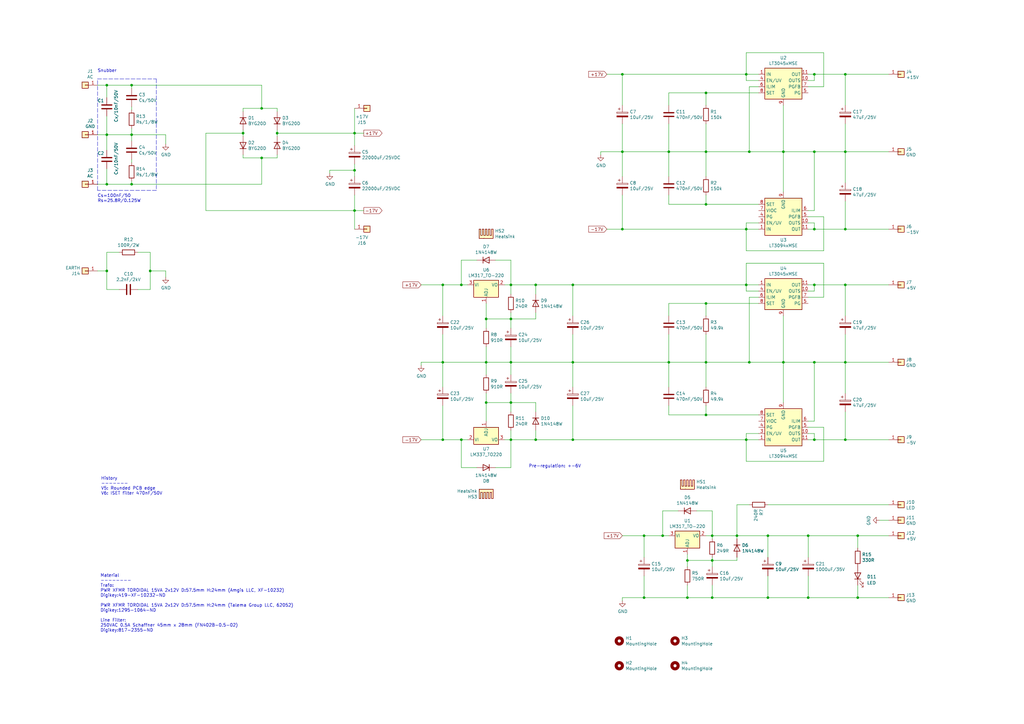
<source format=kicad_sch>
(kicad_sch (version 20250114) (generator "eeschema") (generator_version "9.0")
  (paper "A3")
  (title_block (title "DAC Power Supply Unit") (date "2025-08-11") (rev "V6"))
  (text "Material\n--------\nTrafo:\nPWR XFMR TOROIDAL 15VA 2x12V D:57.5mm H:24mm (Amgis LLC, XF-10232)\nDigikey:419-XF-10232-ND\n\nPWR XFMR TOROIDAL 15VA 2x12V D:57.5mm H:24mm (Talema Group LLC, 62052)\nDigikey:1295-1064-ND\n\nLine Filter:\n250VAC 0.5A Schaffner 45mm x 28mm (FN402B-0.5-02) \nDigikey:817-2355-ND" (at 41.148 247.396 0) (effects (font (size 1.27 1.27)) (justify left)))
  (text "Snubber" (at 40.005 29.845 0) (effects (font (size 1.27 1.27)) (justify left bottom)))
  (text "Cs=100nF/50\nRs=25.8R/0.125W" (at 40.005 83.185 0) (effects (font (size 1.27 1.27)) (justify left bottom)))
  (text "Pre-regulation: +-6V" (at 227.584 191.262 0) (effects (font (size 1.27 1.27))))
  (text "History\n-------\nV5: Rounded PCB edge\nV6: ISET filter 470nF/50V" (at 41.402 199.39 0) (effects (font (size 1.27 1.27)) (justify left)))
  (junction (at 43.815 75.565))
  (junction (at 346.71 116.84))
  (junction (at 61.595 111.125))
  (junction (at 181.61 148.59))
  (junction (at 314.96 219.71))
  (junction (at 289.56 170.18))
  (junction (at 306.07 30.48))
  (junction (at 321.31 148.59))
  (junction (at 145.415 69.85))
  (junction (at 199.39 148.59))
  (junction (at 334.01 62.23))
  (junction (at 189.23 180.34))
  (junction (at 331.47 219.71))
  (junction (at 334.01 93.98))
  (junction (at 264.16 219.71))
  (junction (at 307.34 148.59))
  (junction (at 334.01 30.48))
  (junction (at 145.415 86.36))
  (junction (at 99.695 54.61))
  (junction (at 351.79 219.71))
  (junction (at 234.95 180.34))
  (junction (at 209.55 165.1))
  (junction (at 307.34 62.23))
  (junction (at 209.55 180.34))
  (junction (at 53.975 75.565))
  (junction (at 306.07 180.34))
  (junction (at 199.39 130.81))
  (junction (at 255.27 93.98))
  (junction (at 289.56 148.59))
  (junction (at 281.94 245.11))
  (junction (at 274.32 148.59))
  (junction (at 289.56 83.82))
  (junction (at 113.665 54.61))
  (junction (at 306.07 116.84))
  (junction (at 289.56 62.23))
  (junction (at 53.975 34.925))
  (junction (at 43.815 55.245))
  (junction (at 181.61 116.84))
  (junction (at 274.32 62.23))
  (junction (at 234.95 148.59))
  (junction (at 199.39 165.1))
  (junction (at 306.07 93.98))
  (junction (at 321.31 62.23))
  (junction (at 255.27 30.48))
  (junction (at 255.27 62.23))
  (junction (at 234.95 116.84))
  (junction (at 219.71 116.84))
  (junction (at 346.71 93.98))
  (junction (at 107.315 64.77))
  (junction (at 219.71 180.34))
  (junction (at 334.01 148.59))
  (junction (at 264.16 245.11))
  (junction (at 43.815 111.125))
  (junction (at 346.71 148.59))
  (junction (at 53.975 55.245))
  (junction (at 145.415 54.61))
  (junction (at 209.55 116.84))
  (junction (at 43.815 34.925))
  (junction (at 289.56 124.46))
  (junction (at 209.55 130.81))
  (junction (at 334.01 116.84))
  (junction (at 346.71 180.34))
  (junction (at 271.78 219.71))
  (junction (at 281.94 229.87))
  (junction (at 292.1 219.71))
  (junction (at 346.71 30.48))
  (junction (at 331.47 245.11))
  (junction (at 334.01 180.34))
  (junction (at 107.315 44.45))
  (junction (at 346.71 62.23))
  (junction (at 189.23 116.84))
  (junction (at 289.56 38.1))
  (junction (at 181.61 180.34))
  (junction (at 209.55 148.59))
  (junction (at 292.1 245.11))
  (junction (at 351.79 245.11))
  (junction (at 314.96 245.11))
  (junction (at 292.1 229.87))
  (junction (at 302.26 219.71))
  (wire (pts (xy 209.55 148.59) (xy 234.95 148.59)))
  (wire (pts (xy 199.39 161.29) (xy 199.39 165.1)))
  (wire (pts (xy 107.315 34.925) (xy 53.975 34.925)))
  (wire (pts (xy 189.23 106.68) (xy 189.23 116.84)))
  (wire (pts (xy 172.72 180.34) (xy 181.61 180.34)))
  (wire (pts (xy 248.92 30.48) (xy 255.27 30.48)))
  (wire (pts (xy 292.1 229.87) (xy 292.1 232.41)))
  (wire (pts (xy 346.71 116.84) (xy 364.49 116.84)))
  (wire (pts (xy 337.82 88.9) (xy 337.82 102.87)))
  (wire (pts (xy 346.71 93.98) (xy 364.49 93.98)))
  (wire (pts (xy 292.1 209.55) (xy 285.75 209.55)))
  (wire (pts (xy 271.78 219.71) (xy 274.32 219.71)))
  (wire (pts (xy 199.39 165.1) (xy 209.55 165.1)))
  (wire (pts (xy 306.07 33.02) (xy 306.07 30.48)))
  (wire (pts (xy 289.56 43.18) (xy 289.56 38.1)))
  (wire (pts (xy 334.01 116.84) (xy 331.47 116.84)))
  (wire (pts (xy 289.56 219.71) (xy 292.1 219.71)))
  (wire (pts (xy 246.38 63.5) (xy 246.38 62.23)))
  (wire (pts (xy 281.94 232.41) (xy 281.94 229.87)))
  (wire (pts (xy 334.01 33.02) (xy 334.01 30.48)))
  (wire (pts (xy 278.13 209.55) (xy 271.78 209.55)))
  (wire (pts (xy 307.34 121.92) (xy 307.34 148.59)))
  (wire (pts (xy 113.665 45.72) (xy 113.665 44.45)))
  (polyline (pts (xy 64.135 78.105) (xy 40.005 78.105)) (stroke (width 0) (type dash)))
  (wire (pts (xy 209.55 134.62) (xy 209.55 130.81)))
  (wire (pts (xy 181.61 180.34) (xy 189.23 180.34)))
  (wire (pts (xy 53.975 55.245) (xy 67.945 55.245)))
  (wire (pts (xy 219.71 130.81) (xy 209.55 130.81)))
  (wire (pts (xy 331.47 86.36) (xy 334.01 86.36)))
  (wire (pts (xy 53.975 34.925) (xy 43.815 34.925)))
  (wire (pts (xy 306.07 21.59) (xy 306.07 30.48)))
  (wire (pts (xy 43.815 55.245) (xy 53.975 55.245)))
  (wire (pts (xy 209.55 130.81) (xy 209.55 128.27)))
  (wire (pts (xy 255.27 30.48) (xy 255.27 43.18)))
  (wire (pts (xy 181.61 158.75) (xy 181.61 148.59)))
  (wire (pts (xy 53.975 57.785) (xy 53.975 55.245)))
  (wire (pts (xy 99.695 54.61) (xy 84.455 54.61)))
  (wire (pts (xy 209.55 191.77) (xy 209.55 180.34)))
  (wire (pts (xy 53.975 36.195) (xy 53.975 34.925)))
  (wire (pts (xy 311.15 177.8) (xy 306.07 177.8)))
  (polyline (pts (xy 40.005 78.105) (xy 40.005 32.385)) (stroke (width 0) (type dash)))
  (wire (pts (xy 364.49 213.36) (xy 360.68 213.36)))
  (wire (pts (xy 334.01 93.98) (xy 346.71 93.98)))
  (wire (pts (xy 306.07 119.38) (xy 306.07 116.84)))
  (wire (pts (xy 331.47 245.11) (xy 351.79 245.11)))
  (wire (pts (xy 172.72 116.84) (xy 181.61 116.84)))
  (wire (pts (xy 281.94 245.11) (xy 292.1 245.11)))
  (wire (pts (xy 107.315 34.925) (xy 107.315 44.45)))
  (wire (pts (xy 274.32 38.1) (xy 289.56 38.1)))
  (wire (pts (xy 181.61 166.37) (xy 181.61 180.34)))
  (wire (pts (xy 314.96 245.11) (xy 331.47 245.11)))
  (wire (pts (xy 234.95 116.84) (xy 306.07 116.84)))
  (wire (pts (xy 43.815 34.925) (xy 40.005 34.925)))
  (wire (pts (xy 346.71 82.55) (xy 346.71 93.98)))
  (wire (pts (xy 346.71 168.91) (xy 346.71 180.34)))
  (wire (pts (xy 113.665 54.61) (xy 145.415 54.61)))
  (wire (pts (xy 331.47 180.34) (xy 334.01 180.34)))
  (wire (pts (xy 53.975 55.245) (xy 53.975 52.705)))
  (wire (pts (xy 351.79 245.11) (xy 364.49 245.11)))
  (wire (pts (xy 281.94 245.11) (xy 281.94 240.03)))
  (wire (pts (xy 302.26 219.71) (xy 302.26 220.98)))
  (wire (pts (xy 53.975 75.565) (xy 53.975 74.295)))
  (wire (pts (xy 209.55 180.34) (xy 219.71 180.34)))
  (wire (pts (xy 271.78 209.55) (xy 271.78 219.71)))
  (wire (pts (xy 274.32 158.75) (xy 274.32 148.59)))
  (wire (pts (xy 314.96 228.6) (xy 314.96 219.71)))
  (wire (pts (xy 219.71 116.84) (xy 234.95 116.84)))
  (wire (pts (xy 145.415 80.01) (xy 145.415 86.36)))
  (wire (pts (xy 255.27 30.48) (xy 306.07 30.48)))
  (wire (pts (xy 289.56 129.54) (xy 289.56 124.46)))
  (wire (pts (xy 189.23 180.34) (xy 191.77 180.34)))
  (wire (pts (xy 43.815 103.505) (xy 48.895 103.505)))
  (wire (pts (xy 311.15 121.92) (xy 307.34 121.92)))
  (wire (pts (xy 289.56 62.23) (xy 307.34 62.23)))
  (wire (pts (xy 311.15 30.48) (xy 306.07 30.48)))
  (wire (pts (xy 135.255 71.12) (xy 135.255 69.85)))
  (wire (pts (xy 281.94 229.87) (xy 292.1 229.87)))
  (wire (pts (xy 234.95 148.59) (xy 274.32 148.59)))
  (wire (pts (xy 189.23 116.84) (xy 191.77 116.84)))
  (wire (pts (xy 311.15 119.38) (xy 306.07 119.38)))
  (wire (pts (xy 306.07 102.87) (xy 306.07 93.98)))
  (wire (pts (xy 337.82 121.92) (xy 337.82 107.95)))
  (wire (pts (xy 289.56 148.59) (xy 307.34 148.59)))
  (wire (pts (xy 145.415 59.69) (xy 145.415 54.61)))
  (wire (pts (xy 43.815 61.595) (xy 43.815 55.245)))
  (wire (pts (xy 248.92 93.98) (xy 255.27 93.98)))
  (wire (pts (xy 43.815 69.215) (xy 43.815 75.565)))
  (polyline (pts (xy 64.135 32.385) (xy 64.135 78.105)) (stroke (width 0) (type dash)))
  (wire (pts (xy 264.16 245.11) (xy 264.16 236.22)))
  (wire (pts (xy 209.55 142.24) (xy 209.55 148.59)))
  (wire (pts (xy 289.56 50.8) (xy 289.56 62.23)))
  (wire (pts (xy 351.79 240.03) (xy 351.79 245.11)))
  (wire (pts (xy 84.455 54.61) (xy 84.455 86.36)))
  (wire (pts (xy 264.16 219.71) (xy 271.78 219.71)))
  (wire (pts (xy 334.01 62.23) (xy 346.71 62.23)))
  (wire (pts (xy 302.26 228.6) (xy 302.26 229.87)))
  (wire (pts (xy 43.815 47.625) (xy 43.815 55.245)))
  (wire (pts (xy 302.26 207.01) (xy 307.34 207.01)))
  (wire (pts (xy 306.07 107.95) (xy 306.07 116.84)))
  (wire (pts (xy 292.1 228.6) (xy 292.1 229.87)))
  (wire (pts (xy 43.815 111.125) (xy 43.815 103.505)))
  (wire (pts (xy 331.47 119.38) (xy 334.01 119.38)))
  (wire (pts (xy 255.27 72.39) (xy 255.27 62.23)))
  (wire (pts (xy 307.34 35.56) (xy 307.34 62.23)))
  (wire (pts (xy 255.27 93.98) (xy 306.07 93.98)))
  (wire (pts (xy 207.01 180.34) (xy 209.55 180.34)))
  (wire (pts (xy 145.415 86.36) (xy 145.415 93.98)))
  (wire (pts (xy 334.01 180.34) (xy 346.71 180.34)))
  (wire (pts (xy 40.005 111.125) (xy 43.815 111.125)))
  (wire (pts (xy 274.32 148.59) (xy 289.56 148.59)))
  (wire (pts (xy 255.27 80.01) (xy 255.27 93.98)))
  (wire (pts (xy 199.39 124.46) (xy 199.39 130.81)))
  (wire (pts (xy 99.695 54.61) (xy 99.695 53.34)))
  (wire (pts (xy 219.71 128.27) (xy 219.71 130.81)))
  (wire (pts (xy 306.07 189.23) (xy 306.07 180.34)))
  (wire (pts (xy 321.31 129.54) (xy 321.31 148.59)))
  (wire (pts (xy 331.47 236.22) (xy 331.47 245.11)))
  (wire (pts (xy 274.32 38.1) (xy 274.32 43.18)))
  (wire (pts (xy 113.665 55.88) (xy 113.665 54.61)))
  (wire (pts (xy 346.71 180.34) (xy 364.49 180.34)))
  (wire (pts (xy 107.315 75.565) (xy 53.975 75.565)))
  (wire (pts (xy 67.945 113.665) (xy 67.945 111.125)))
  (wire (pts (xy 274.32 50.8) (xy 274.32 62.23)))
  (wire (pts (xy 281.94 229.87) (xy 281.94 227.33)))
  (wire (pts (xy 289.56 166.37) (xy 289.56 170.18)))
  (wire (pts (xy 331.47 91.44) (xy 334.01 91.44)))
  (wire (pts (xy 61.595 103.505) (xy 56.515 103.505)))
  (wire (pts (xy 274.32 72.39) (xy 274.32 62.23)))
  (wire (pts (xy 274.32 62.23) (xy 289.56 62.23)))
  (wire (pts (xy 207.01 116.84) (xy 209.55 116.84)))
  (wire (pts (xy 302.26 219.71) (xy 302.26 207.01)))
  (wire (pts (xy 172.72 149.86) (xy 172.72 148.59)))
  (wire (pts (xy 337.82 35.56) (xy 337.82 21.59)))
  (wire (pts (xy 145.415 69.85) (xy 145.415 67.31)))
  (wire (pts (xy 195.58 191.77) (xy 189.23 191.77)))
  (wire (pts (xy 199.39 172.72) (xy 199.39 165.1)))
  (wire (pts (xy 307.34 148.59) (xy 321.31 148.59)))
  (wire (pts (xy 321.31 62.23) (xy 334.01 62.23)))
  (wire (pts (xy 346.71 148.59) (xy 364.49 148.59)))
  (wire (pts (xy 113.665 64.77) (xy 113.665 63.5)))
  (wire (pts (xy 306.07 93.98) (xy 311.15 93.98)))
  (wire (pts (xy 274.32 80.01) (xy 274.32 83.82)))
  (wire (pts (xy 314.96 236.22) (xy 314.96 245.11)))
  (wire (pts (xy 107.315 44.45) (xy 99.695 44.45)))
  (wire (pts (xy 346.71 30.48) (xy 334.01 30.48)))
  (wire (pts (xy 274.32 137.16) (xy 274.32 148.59)))
  (wire (pts (xy 219.71 165.1) (xy 219.71 168.91)))
  (wire (pts (xy 302.26 229.87) (xy 292.1 229.87)))
  (wire (pts (xy 331.47 121.92) (xy 337.82 121.92)))
  (wire (pts (xy 302.26 219.71) (xy 314.96 219.71)))
  (wire (pts (xy 255.27 245.11) (xy 264.16 245.11)))
  (wire (pts (xy 255.27 62.23) (xy 255.27 50.8)))
  (wire (pts (xy 56.515 118.745) (xy 61.595 118.745)))
  (wire (pts (xy 292.1 219.71) (xy 292.1 209.55)))
  (wire (pts (xy 195.58 106.68) (xy 189.23 106.68)))
  (wire (pts (xy 331.47 93.98) (xy 334.01 93.98)))
  (wire (pts (xy 337.82 189.23) (xy 306.07 189.23)))
  (wire (pts (xy 314.96 207.01) (xy 364.49 207.01)))
  (wire (pts (xy 346.71 116.84) (xy 346.71 129.54)))
  (wire (pts (xy 364.49 62.23) (xy 346.71 62.23)))
  (wire (pts (xy 289.56 158.75) (xy 289.56 148.59)))
  (wire (pts (xy 334.01 177.8) (xy 334.01 180.34)))
  (wire (pts (xy 113.665 54.61) (xy 113.665 53.34)))
  (wire (pts (xy 292.1 245.11) (xy 292.1 240.03)))
  (wire (pts (xy 292.1 245.11) (xy 314.96 245.11)))
  (wire (pts (xy 181.61 148.59) (xy 199.39 148.59)))
  (wire (pts (xy 321.31 78.74) (xy 321.31 62.23)))
  (wire (pts (xy 255.27 246.38) (xy 255.27 245.11)))
  (wire (pts (xy 331.47 35.56) (xy 337.82 35.56)))
  (wire (pts (xy 199.39 148.59) (xy 209.55 148.59)))
  (wire (pts (xy 255.27 219.71) (xy 264.16 219.71)))
  (wire (pts (xy 246.38 62.23) (xy 255.27 62.23)))
  (wire (pts (xy 346.71 116.84) (xy 334.01 116.84)))
  (wire (pts (xy 53.975 66.675) (xy 53.975 65.405)))
  (wire (pts (xy 346.71 161.29) (xy 346.71 148.59)))
  (wire (pts (xy 274.32 124.46) (xy 274.32 129.54)))
  (wire (pts (xy 346.71 74.93) (xy 346.71 62.23)))
  (wire (pts (xy 289.56 83.82) (xy 311.15 83.82)))
  (wire (pts (xy 331.47 177.8) (xy 334.01 177.8)))
  (wire (pts (xy 337.82 175.26) (xy 337.82 189.23)))
  (wire (pts (xy 346.71 62.23) (xy 346.71 50.8)))
  (wire (pts (xy 99.695 55.88) (xy 99.695 54.61)))
  (wire (pts (xy 209.55 168.91) (xy 209.55 165.1)))
  (wire (pts (xy 274.32 83.82) (xy 289.56 83.82)))
  (wire (pts (xy 53.975 45.085) (xy 53.975 43.815)))
  (wire (pts (xy 203.2 191.77) (xy 209.55 191.77)))
  (wire (pts (xy 264.16 245.11) (xy 281.94 245.11)))
  (wire (pts (xy 255.27 62.23) (xy 274.32 62.23)))
  (wire (pts (xy 289.56 170.18) (xy 311.15 170.18)))
  (wire (pts (xy 61.595 111.125) (xy 61.595 103.505)))
  (wire (pts (xy 306.07 180.34) (xy 311.15 180.34)))
  (wire (pts (xy 274.32 170.18) (xy 289.56 170.18)))
  (wire (pts (xy 40.005 55.245) (xy 43.815 55.245)))
  (wire (pts (xy 334.01 119.38) (xy 334.01 116.84)))
  (wire (pts (xy 209.55 180.34) (xy 209.55 176.53)))
  (wire (pts (xy 149.225 54.61) (xy 145.415 54.61)))
  (wire (pts (xy 321.31 43.18) (xy 321.31 62.23)))
  (wire (pts (xy 181.61 116.84) (xy 181.61 129.54)))
  (wire (pts (xy 181.61 116.84) (xy 189.23 116.84)))
  (wire (pts (xy 274.32 124.46) (xy 289.56 124.46)))
  (wire (pts (xy 346.71 30.48) (xy 346.71 43.18)))
  (wire (pts (xy 274.32 166.37) (xy 274.32 170.18)))
  (wire (pts (xy 199.39 130.81) (xy 199.39 134.62)))
  (wire (pts (xy 149.225 86.36) (xy 145.415 86.36)))
  (wire (pts (xy 209.55 165.1) (xy 209.55 161.29)))
  (wire (pts (xy 337.82 102.87) (xy 306.07 102.87)))
  (wire (pts (xy 351.79 219.71) (xy 364.49 219.71)))
  (wire (pts (xy 234.95 137.16) (xy 234.95 148.59)))
  (wire (pts (xy 84.455 86.36) (xy 145.415 86.36)))
  (wire (pts (xy 234.95 148.59) (xy 234.95 158.75)))
  (wire (pts (xy 331.47 228.6) (xy 331.47 219.71)))
  (wire (pts (xy 292.1 220.98) (xy 292.1 219.71)))
  (wire (pts (xy 145.415 72.39) (xy 145.415 69.85)))
  (wire (pts (xy 209.55 165.1) (xy 219.71 165.1)))
  (wire (pts (xy 209.55 116.84) (xy 219.71 116.84)))
  (wire (pts (xy 209.55 106.68) (xy 203.2 106.68)))
  (wire (pts (xy 107.315 64.77) (xy 107.315 75.565)))
  (wire (pts (xy 209.55 116.84) (xy 209.55 120.65)))
  (wire (pts (xy 107.315 64.77) (xy 113.665 64.77)))
  (wire (pts (xy 289.56 124.46) (xy 311.15 124.46)))
  (wire (pts (xy 321.31 148.59) (xy 334.01 148.59)))
  (wire (pts (xy 209.55 116.84) (xy 209.55 106.68)))
  (wire (pts (xy 346.71 148.59) (xy 346.71 137.16)))
  (wire (pts (xy 289.56 72.39) (xy 289.56 62.23)))
  (wire (pts (xy 135.255 69.85) (xy 145.415 69.85)))
  (wire (pts (xy 219.71 180.34) (xy 234.95 180.34)))
  (wire (pts (xy 199.39 142.24) (xy 199.39 148.59)))
  (wire (pts (xy 306.07 91.44) (xy 306.07 93.98)))
  (wire (pts (xy 331.47 172.72) (xy 334.01 172.72)))
  (wire (pts (xy 219.71 116.84) (xy 219.71 120.65)))
  (wire (pts (xy 311.15 91.44) (xy 306.07 91.44)))
  (wire (pts (xy 99.695 64.77) (xy 107.315 64.77)))
  (wire (pts (xy 289.56 38.1) (xy 311.15 38.1)))
  (wire (pts (xy 331.47 219.71) (xy 351.79 219.71)))
  (wire (pts (xy 43.815 118.745) (xy 43.815 111.125)))
  (wire (pts (xy 209.55 148.59) (xy 209.55 153.67)))
  (wire (pts (xy 234.95 180.34) (xy 306.07 180.34)))
  (wire (pts (xy 219.71 176.53) (xy 219.71 180.34)))
  (wire (pts (xy 334.01 86.36) (xy 334.01 62.23)))
  (wire (pts (xy 334.01 91.44) (xy 334.01 93.98)))
  (wire (pts (xy 234.95 129.54) (xy 234.95 116.84)))
  (wire (pts (xy 199.39 148.59) (xy 199.39 153.67)))
  (wire (pts (xy 189.23 191.77) (xy 189.23 180.34)))
  (wire (pts (xy 172.72 148.59) (xy 181.61 148.59)))
  (wire (pts (xy 351.79 219.71) (xy 351.79 224.79)))
  (wire (pts (xy 337.82 107.95) (xy 306.07 107.95)))
  (wire (pts (xy 67.945 111.125) (xy 61.595 111.125)))
  (wire (pts (xy 311.15 116.84) (xy 306.07 116.84)))
  (wire (pts (xy 99.695 63.5) (xy 99.695 64.77)))
  (wire (pts (xy 48.895 118.745) (xy 43.815 118.745)))
  (wire (pts (xy 314.96 219.71) (xy 331.47 219.71)))
  (wire (pts (xy 337.82 21.59) (xy 306.07 21.59)))
  (wire (pts (xy 334.01 172.72) (xy 334.01 148.59)))
  (wire (pts (xy 289.56 137.16) (xy 289.56 148.59)))
  (wire (pts (xy 311.15 35.56) (xy 307.34 35.56)))
  (wire (pts (xy 264.16 228.6) (xy 264.16 219.71)))
  (wire (pts (xy 311.15 33.02) (xy 306.07 33.02)))
  (wire (pts (xy 234.95 166.37) (xy 234.95 180.34)))
  (wire (pts (xy 307.34 62.23) (xy 321.31 62.23)))
  (wire (pts (xy 334.01 30.48) (xy 331.47 30.48)))
  (wire (pts (xy 43.815 75.565) (xy 53.975 75.565)))
  (wire (pts (xy 334.01 148.59) (xy 346.71 148.59)))
  (wire (pts (xy 331.47 88.9) (xy 337.82 88.9)))
  (wire (pts (xy 43.815 40.005) (xy 43.815 34.925)))
  (wire (pts (xy 113.665 44.45) (xy 107.315 44.45)))
  (wire (pts (xy 181.61 137.16) (xy 181.61 148.59)))
  (wire (pts (xy 292.1 219.71) (xy 302.26 219.71)))
  (wire (pts (xy 209.55 130.81) (xy 199.39 130.81)))
  (wire (pts (xy 61.595 118.745) (xy 61.595 111.125)))
  (wire (pts (xy 306.07 177.8) (xy 306.07 180.34)))
  (wire (pts (xy 99.695 44.45) (xy 99.695 45.72)))
  (wire (pts (xy 364.49 30.48) (xy 346.71 30.48)))
  (wire (pts (xy 331.47 175.26) (xy 337.82 175.26)))
  (wire (pts (xy 145.415 44.45) (xy 145.415 54.61)))
  (wire (pts (xy 40.005 75.565) (xy 43.815 75.565)))
  (polyline (pts (xy 40.005 32.385) (xy 64.135 32.385)) (stroke (width 0) (type dash)))
  (wire (pts (xy 289.56 80.01) (xy 289.56 83.82)))
  (wire (pts (xy 67.945 59.055) (xy 67.945 55.245)))
  (wire (pts (xy 321.31 165.1) (xy 321.31 148.59)))
  (wire (pts (xy 331.47 33.02) (xy 334.01 33.02)))
  (global_label "+17V" (shape input) (at 172.72 116.84 180) (property "Intersheetrefs" "${INTERSHEET_REFS}" (effects (hide yes))))
  (global_label "-17V" (shape input) (at 172.72 180.34 180) (property "Intersheetrefs" "${INTERSHEET_REFS}" (effects (hide yes))))
  (global_label "-17V" (shape output) (at 149.225 86.36 0) (property "Intersheetrefs" "${INTERSHEET_REFS}" (effects (hide yes))))
  (global_label "+17V" (shape input) (at 255.27 219.71 180) (property "Intersheetrefs" "${INTERSHEET_REFS}" (effects (hide yes))))
  (global_label "+17V" (shape output) (at 149.225 54.61 0) (property "Intersheetrefs" "${INTERSHEET_REFS}" (effects (hide yes))))
  (global_label "+17V" (shape input) (at 248.92 30.48 180) (property "Intersheetrefs" "${INTERSHEET_REFS}" (effects (hide yes))))
  (global_label "-17V" (shape input) (at 248.92 93.98 180) (property "Intersheetrefs" "${INTERSHEET_REFS}" (effects (hide yes))))
  (symbol (lib_id "Device:CP") (at 145.415 63.5 0) (unit 1)
    (property "Reference" "C5" (at 148.4122 62.3316 0) (effects (justify left)))
    (property "Value" "22000uF/25VDC" (at 148.4122 64.643 0) (effects (justify left)))
    (property "Footprint" "Capacitor_THT:CP_Radial_D35.0mm_P10.00mm_SnapIn" (effects (hide yes)))
    (property "Datasheet" "https://www.rubycon.co.jp/wp-content/uploads/catalog-aluminum/MXG.pdf" (effects (hide yes)))
    (property "Description" "1189-3893-ND" (effects (hide yes)))
    (property "manf#" "25MXG22000MEFCSN30X35" (effects (hide yes)))
  )
  (symbol (lib_id "Regulator_Linear:LM317_TO-220") (at 199.39 116.84 0) (unit 1)
    (property "Reference" "U6" (at 199.39 110.6932 0))
    (property "Value" "LM317_TO-220" (at 199.39 113.0046 0))
    (property "Footprint" "Package_TO_SOT_THT:TO-220-3_Vertical" (effects (hide yes)))
    (property "Datasheet" "http://www.ti.com/lit/ds/symlink/lm317.pdf" (effects (hide yes)))
    (property "manf#" "LM317T" (effects (hide yes)))
  )
  (symbol (lib_id "Device:R") (at 199.39 138.43 0) (unit 1)
    (property "Reference" "R8" (at 201.168 137.2616 0) (effects (justify left)))
    (property "Value" "910R" (at 201.168 139.573 0) (effects (justify left)))
    (property "Footprint" "Resistor_SMD:R_0603_1608Metric_Pad0.98x0.95mm_HandSolder" (effects (hide yes)))
    (property "Datasheet" "https://www.yageo.com/upload/media/product/productsearch/datasheet/rchip/PYu-RT_1-to-0.01_RoHS_L_12.pdf" (effects (hide yes)))
    (property "manf#" "RT0603FRE07910RL" (effects (hide yes)))
  )
  (symbol (lib_id "Device:R") (at 209.55 124.46 0) (unit 1)
    (property "Reference" "R10" (at 211.328 123.2916 0) (effects (justify left)))
    (property "Value" "240R" (at 211.328 125.603 0) (effects (justify left)))
    (property "Footprint" "Resistor_SMD:R_0603_1608Metric_Pad0.98x0.95mm_HandSolder" (effects (hide yes)))
    (property "Datasheet" "https://www.yageo.com/upload/media/product/productsearch/datasheet/rchip/PYu-RT_1-to-0.01_RoHS_L_12.pdf" (effects (hide yes)))
    (property "manf#" "RT0603FRE07240RL" (effects (hide yes)))
  )
  (symbol (lib_id "Diode:1N4007") (at 199.39 106.68 0) (unit 1)
    (property "Reference" "D7" (at 199.39 101.1682 0))
    (property "Value" "1N4148W" (at 199.39 103.4796 0))
    (property "Footprint" "Diode_SMD:D_SOD-123" (effects (hide yes)))
    (property "Datasheet" "https://www.diodes.com/assets/Datasheets/ds30086.pdf" (effects (hide yes)))
    (property "manf#" "1N4148W-7-F" (effects (hide yes)))
  )
  (symbol (lib_id "Diode:1N4007") (at 219.71 124.46 270) (unit 1)
    (property "Reference" "D9" (at 221.742 123.2916 90) (effects (justify left)))
    (property "Value" "1N4148W" (at 221.742 125.603 90) (effects (justify left)))
    (property "Footprint" "Diode_SMD:D_SOD-123" (effects (hide yes)))
    (property "Datasheet" "https://www.diodes.com/assets/Datasheets/ds30086.pdf" (effects (hide yes)))
    (property "manf#" "1N4148W-7-F" (effects (hide yes)))
  )
  (symbol (lib_id "Mechanical:Heatsink") (at 199.39 97.79 0) (unit 1)
    (property "Reference" "HS2" (at 202.9968 94.7166 0) (effects (justify left)))
    (property "Value" "Heatsink" (at 202.9968 97.028 0) (effects (justify left)))
    (property "Footprint" "Heatsink:Heatsink_Fischer_SK104-STC-STIC_35x13mm_2xDrill2.5mm" (effects (hide yes)))
    (property "Datasheet" "https://media.digikey.com/pdf/Data%20Sheets/Wakefield%20Thermal%20PDFs/634%20Heat%20Sinks.pdf" (effects (hide yes)))
    (property "manf#" "637-15ABPE" (effects (hide yes)))
  )
  (symbol (lib_id "Device:CP") (at 181.61 133.35 0) (unit 1)
    (property "Reference" "C22" (at 184.6072 132.1816 0) (effects (justify left)))
    (property "Value" "10uF/25V" (at 184.6072 134.493 0) (effects (justify left)))
    (property "Footprint" "Capacitor_Tantalum_SMD:CP_EIA-3528-21_Kemet-B_HandSolder" (effects (hide yes)))
    (property "Datasheet" "https://datasheets.avx.com/TCJ.pdf" (effects (hide yes)))
    (property "manf#" "TCJB106M025R0100" (effects (hide yes)))
  )
  (symbol (lib_id "Device:CP") (at 209.55 138.43 0) (unit 1)
    (property "Reference" "C24" (at 212.5472 137.2616 0) (effects (justify left)))
    (property "Value" "10uF/25V" (at 212.5472 139.573 0) (effects (justify left)))
    (property "Footprint" "Capacitor_Tantalum_SMD:CP_EIA-3528-21_Kemet-B_HandSolder" (effects (hide yes)))
    (property "Datasheet" "https://datasheets.avx.com/TCJ.pdf" (effects (hide yes)))
    (property "manf#" "TCJB106M025R0100" (effects (hide yes)))
  )
  (symbol (lib_id "Device:CP") (at 234.95 133.35 0) (unit 1)
    (property "Reference" "C26" (at 237.9472 132.1816 0) (effects (justify left)))
    (property "Value" "10uF/25V" (at 237.9472 134.493 0) (effects (justify left)))
    (property "Footprint" "Capacitor_Tantalum_SMD:CP_EIA-3528-21_Kemet-B_HandSolder" (effects (hide yes)))
    (property "Datasheet" "https://datasheets.avx.com/TCJ.pdf" (effects (hide yes)))
    (property "manf#" "TCJB106M025R0100" (effects (hide yes)))
  )
  (symbol (lib_id "power:GND") (at 172.72 149.86 0) (unit 1)
    (property "Reference" "#PWR0105" (effects (hide yes)))
    (property "Value" "GND" (at 172.847 154.2542 0))
  )
  (symbol (lib_id "power:GND") (at 135.255 71.12 0) (unit 1)
    (property "Reference" "#PWR0102" (effects (hide yes)))
    (property "Value" "GND" (at 135.382 75.5142 0))
  )
  (symbol (lib_id "Device:C") (at 52.705 118.745 270) (unit 1)
    (property "Reference" "C10" (at 52.705 112.3442 90))
    (property "Value" "2.2nF/2kV" (at 52.705 114.6556 90))
    (property "Footprint" "Capacitor_THT:C_Rect_L18.0mm_W5.0mm_P15.00mm_FKS3_FKP3" (effects (hide yes)))
    (property "Datasheet" "https://product.tdk.com/info/en/documents/data_sheet/20/20/db/fc_2009/MKP_B32671L_672L.pdf?ref_disty=digikey" (effects (hide yes)))
    (property "manf#" "B32672L8222J000" (effects (hide yes)))
  )
  (symbol (lib_id "Device:R") (at 52.705 103.505 270) (unit 1)
    (property "Reference" "R12" (at 52.705 98.2472 90))
    (property "Value" "100R/2W" (at 52.705 100.5586 90))
    (property "Footprint" "Resistor_THT:R_Axial_DIN0411_L9.9mm_D3.6mm_P15.24mm_Horizontal" (effects (hide yes)))
    (property "Datasheet" "https://www.yageo.com/upload/media/product/products/datasheet/lr/Yageo_LR_FMP_1.pdf" (effects (hide yes)))
    (property "manf#" "FMP200JR-52-100R" (effects (hide yes)))
  )
  (symbol (lib_id "Connector_Generic:Conn_01x01") (at 34.925 111.125 180) (unit 1)
    (property "Reference" "J14" (at 32.893 112.1918 0) (effects (justify left)))
    (property "Value" "EARTH" (at 32.893 109.8804 0) (effects (justify left)))
    (property "Footprint" "Connector_Pin:Pin_D1.3mm_L11.0mm" (effects (hide yes)))
    (property "Datasheet" "https://www.reichelt.com/ch/de/loetnaegel-1-3mm-100-er-pack-rtm-1-3-100-p15319.html?&trstct=pos_0&nbc=1" (effects (hide yes)))
  )
  (symbol (lib_id "Device:CP") (at 264.16 232.41 0) (unit 1)
    (property "Reference" "C15" (at 267.1572 231.2416 0) (effects (justify left)))
    (property "Value" "10uF/25V" (at 267.1572 233.553 0) (effects (justify left)))
    (property "Footprint" "Capacitor_Tantalum_SMD:CP_EIA-3528-21_Kemet-B_HandSolder" (effects (hide yes)))
    (property "Datasheet" "https://datasheets.avx.com/TCJ.pdf" (effects (hide yes)))
    (property "manf#" "TCJB106M025R0100" (effects (hide yes)))
  )
  (symbol (lib_id "Device:R") (at 289.56 46.99 0) (unit 1)
    (property "Reference" "R1" (at 291.338 45.8216 0) (effects (justify left)))
    (property "Value" "150k" (at 291.338 48.133 0) (effects (justify left)))
    (property "Footprint" "Resistor_SMD:R_0603_1608Metric_Pad0.98x0.95mm_HandSolder" (effects (hide yes)))
    (property "Datasheet" "https://www.yageo.com/upload/media/product/productsearch/datasheet/rchip/PYu-RT_1-to-0.01_RoHS_L_12.pdf" (effects (hide yes)))
    (property "manf#" "RT0603FRE07150KL" (effects (hide yes)))
  )
  (symbol (lib_id "Connector_Generic:Conn_01x01") (at 369.57 62.23 0) (unit 1)
    (property "Reference" "J5" (at 371.602 61.1632 0) (effects (justify left)))
    (property "Value" "GND" (at 371.602 63.4746 0) (effects (justify left)))
    (property "Footprint" "Connector_Pin:Pin_D1.0mm_L10.0mm" (effects (hide yes)))
    (property "Datasheet" "https://www.reichelt.com/ch/de/loetnaegel-1mm-100-er-pack-rtm-1-100-p15321.html?search=RTM+1-10&&r=1" (effects (hide yes)))
  )
  (symbol (lib_id "Connector_Generic:Conn_01x01") (at 369.57 30.48 0) (unit 1)
    (property "Reference" "J4" (at 371.602 29.4132 0) (effects (justify left)))
    (property "Value" "+15V" (at 371.602 31.7246 0) (effects (justify left)))
    (property "Footprint" "Connector_Pin:Pin_D1.0mm_L10.0mm" (effects (hide yes)))
    (property "Datasheet" "https://www.reichelt.com/ch/de/loetnaegel-1mm-100-er-pack-rtm-1-100-p15321.html?search=RTM+1-10&&r=1" (effects (hide yes)))
  )
  (symbol (lib_id "Connector_Generic:Conn_01x01") (at 369.57 93.98 0) (unit 1)
    (property "Reference" "J6" (at 371.602 92.9132 0) (effects (justify left)))
    (property "Value" "-15V" (at 371.602 95.2246 0) (effects (justify left)))
    (property "Footprint" "Connector_Pin:Pin_D1.0mm_L10.0mm" (effects (hide yes)))
    (property "Datasheet" "https://www.reichelt.com/ch/de/loetnaegel-1mm-100-er-pack-rtm-1-100-p15321.html?search=RTM+1-10&&r=1" (effects (hide yes)))
  )
  (symbol (lib_id "Regulator_Linear:LT3045xMSE") (at 321.31 33.02 0) (unit 1)
    (property "Reference" "U2" (at 321.31 23.6982 0))
    (property "Value" "LT3045xMSE" (at 321.31 26.0096 0))
    (property "Footprint" "Package_SO:MSOP-12-1EP_3x4.039mm_P0.65mm_EP1.651x2.845mm" (effects (hide yes)))
    (property "Datasheet" "https://www.analog.com/media/en/technical-documentation/data-sheets/3045fa.pdf" (effects (hide yes)))
    (property "manf#" "LT3045EMSE#PBF" (effects (hide yes)))
  )
  (symbol (lib_id "Device:R") (at 289.56 76.2 0) (unit 1)
    (property "Reference" "R2" (at 291.338 75.0316 0) (effects (justify left)))
    (property "Value" "150k" (at 291.338 77.343 0) (effects (justify left)))
    (property "Footprint" "Resistor_SMD:R_0603_1608Metric_Pad0.98x0.95mm_HandSolder" (effects (hide yes)))
    (property "Datasheet" "https://www.yageo.com/upload/media/product/productsearch/datasheet/rchip/PYu-RT_1-to-0.01_RoHS_L_12.pdf" (effects (hide yes)))
    (property "manf#" "RT0603FRE07150KL" (effects (hide yes)))
  )
  (symbol (lib_id "Regulator_Linear:LT3094xMSE") (at 321.31 88.9 0) (mirror x) (unit 1)
    (property "Reference" "U3" (at 321.31 98.425 0))
    (property "Value" "LT3094xMSE" (at 321.31 100.7364 0))
    (property "Footprint" "Package_SO:MSOP-12-1EP_3x4.039mm_P0.65mm_EP1.651x2.845mm" (effects (hide yes)))
    (property "Datasheet" "https://www.analog.com/media/en/technical-documentation/data-sheets/LT3094.pdf" (effects (hide yes)))
    (property "manf#" "LT3094IMSE#PBF" (effects (hide yes)))
  )
  (symbol (lib_id "Device:CP") (at 346.71 46.99 0) (unit 1)
    (property "Reference" "C17" (at 349.7072 45.8216 0) (effects (justify left)))
    (property "Value" "47uF/25V" (at 349.7072 48.133 0) (effects (justify left)))
    (property "Footprint" "Capacitor_Tantalum_SMD:CP_EIA-7343-31_Kemet-D_HandSolder" (effects (hide yes)))
    (property "Datasheet" "https://content.kemet.com/datasheets/KEM_T2076_T52X-530.pdf" (effects (hide yes)))
    (property "manf#" "T521D476M025ATE065" (effects (hide yes)))
  )
  (symbol (lib_id "Device:CP") (at 346.71 78.74 0) (unit 1)
    (property "Reference" "C18" (at 349.7072 77.5716 0) (effects (justify left)))
    (property "Value" "47uF/25V" (at 349.7072 79.883 0) (effects (justify left)))
    (property "Footprint" "Capacitor_Tantalum_SMD:CP_EIA-7343-31_Kemet-D_HandSolder" (effects (hide yes)))
    (property "Datasheet" "https://content.kemet.com/datasheets/KEM_T2076_T52X-530.pdf" (effects (hide yes)))
    (property "manf#" "T521D476M025ATE065" (effects (hide yes)))
  )
  (symbol (lib_id "Device:D") (at 99.695 49.53 270) (unit 1)
    (property "Reference" "D1" (at 101.727 48.3616 90) (effects (justify left)))
    (property "Value" "BYG20D" (at 101.727 50.673 90) (effects (justify left)))
    (property "Footprint" "Diode_SMD:D_SMA_Handsoldering" (effects (hide yes)))
    (property "Datasheet" "https://www.vishay.com/docs/88958/byg20d.pdf" (effects (hide yes)))
    (property "manf#" "BYG20D-E3/TR" (effects (hide yes)))
  )
  (symbol (lib_id "Device:D") (at 99.695 59.69 90) (unit 1)
    (property "Reference" "D2" (at 101.727 58.5216 90) (effects (justify right)))
    (property "Value" "BYG20D" (at 101.727 60.833 90) (effects (justify right)))
    (property "Footprint" "Diode_SMD:D_SMA_Handsoldering" (effects (hide yes)))
    (property "Datasheet" "https://www.vishay.com/docs/88958/byg20d.pdf" (effects (hide yes)))
    (property "manf#" "BYG20D-E3/TR" (effects (hide yes)))
  )
  (symbol (lib_id "Device:D") (at 113.665 49.53 90) (unit 1)
    (property "Reference" "D3" (at 115.697 48.3616 90) (effects (justify right)))
    (property "Value" "BYG20D" (at 115.697 50.673 90) (effects (justify right)))
    (property "Footprint" "Diode_SMD:D_SMA_Handsoldering" (effects (hide yes)))
    (property "Datasheet" "https://www.vishay.com/docs/88958/byg20d.pdf" (effects (hide yes)))
    (property "manf#" "BYG20D-E3/TR" (effects (hide yes)))
  )
  (symbol (lib_id "Device:D") (at 113.665 59.69 270) (unit 1)
    (property "Reference" "D4" (at 115.697 58.5216 90) (effects (justify left)))
    (property "Value" "BYG20D" (at 115.697 60.833 90) (effects (justify left)))
    (property "Footprint" "Diode_SMD:D_SMA_Handsoldering" (effects (hide yes)))
    (property "Datasheet" "https://www.vishay.com/docs/88958/byg20d.pdf" (effects (hide yes)))
    (property "manf#" "BYG20D-E3/TR" (effects (hide yes)))
  )
  (symbol (lib_id "Regulator_Linear:LM337_TO220") (at 199.39 180.34 0) (unit 1)
    (property "Reference" "U7" (at 199.39 184.1246 0))
    (property "Value" "LM337_TO220" (at 199.39 186.436 0))
    (property "Footprint" "Package_TO_SOT_THT:TO-220-3_Vertical" (effects (hide yes)))
    (property "Datasheet" "http://www.ti.com/lit/ds/symlink/lm337-n.pdf" (effects (hide yes)))
    (property "manf#" "LM337T/NOPB" (effects (hide yes)))
  )
  (symbol (lib_id "Device:CP") (at 292.1 236.22 0) (unit 1)
    (property "Reference" "C16" (at 295.0972 235.0516 0) (effects (justify left)))
    (property "Value" "10uF/25V" (at 295.0972 237.363 0) (effects (justify left)))
    (property "Footprint" "Capacitor_Tantalum_SMD:CP_EIA-3528-21_Kemet-B_HandSolder" (effects (hide yes)))
    (property "Datasheet" "https://datasheets.avx.com/TCJ.pdf" (effects (hide yes)))
    (property "manf#" "TCJB106M025R0100" (effects (hide yes)))
  )
  (symbol (lib_id "Mechanical:MountingHole") (at 254 262.89 0) (unit 1)
    (property "Reference" "H1" (at 256.54 261.7216 0) (effects (justify left)))
    (property "Value" "MountingHole" (at 256.54 264.033 0) (effects (justify left)))
    (property "Footprint" "MountingHole:MountingHole_3.2mm_M3_Pad_Via" (effects (hide yes)))
  )
  (symbol (lib_id "Mechanical:MountingHole") (at 276.86 262.89 0) (unit 1)
    (property "Reference" "H3" (at 279.4 261.7216 0) (effects (justify left)))
    (property "Value" "MountingHole" (at 279.4 264.033 0) (effects (justify left)))
    (property "Footprint" "MountingHole:MountingHole_3.2mm_M3_Pad_Via" (effects (hide yes)))
  )
  (symbol (lib_id "Mechanical:MountingHole") (at 254 273.05 0) (unit 1)
    (property "Reference" "H2" (at 256.54 271.8816 0) (effects (justify left)))
    (property "Value" "MountingHole" (at 256.54 274.193 0) (effects (justify left)))
    (property "Footprint" "MountingHole:MountingHole_3.2mm_M3_Pad_Via" (effects (hide yes)))
  )
  (symbol (lib_id "Mechanical:MountingHole") (at 276.86 273.05 0) (unit 1)
    (property "Reference" "H4" (at 279.4 271.8816 0) (effects (justify left)))
    (property "Value" "MountingHole" (at 279.4 274.193 0) (effects (justify left)))
    (property "Footprint" "MountingHole:MountingHole_3.2mm_M3_Pad_Via" (effects (hide yes)))
  )
  (symbol (lib_id "Device:CP") (at 331.47 232.41 0) (unit 1)
    (property "Reference" "C21" (at 334.4672 231.2416 0) (effects (justify left)))
    (property "Value" "1000uF/35V" (at 334.4672 233.553 0) (effects (justify left)))
    (property "Footprint" "Capacitor_THT:CP_Radial_D12.5mm_P5.00mm" (effects (hide yes)))
    (property "Datasheet" "http://www.rubycon.co.jp/en/catalog/e_pdfs/aluminum/e_yxf.pdf" (effects (hide yes)))
    (property "manf#" "35YXF1000MEFC12.5X25" (effects (hide yes)))
  )
  (symbol (lib_id "Device:CP") (at 145.415 76.2 0) (unit 1)
    (property "Reference" "C6" (at 148.4122 75.0316 0) (effects (justify left)))
    (property "Value" "22000uF/25VDC" (at 148.4122 77.343 0) (effects (justify left)))
    (property "Footprint" "Capacitor_THT:CP_Radial_D35.0mm_P10.00mm_SnapIn" (effects (hide yes)))
    (property "Datasheet" "https://www.rubycon.co.jp/wp-content/uploads/catalog-aluminum/MXG.pdf" (effects (hide yes)))
    (property "Description" "1189-3893-ND" (effects (hide yes)))
    (property "manf#" "1189-3893-ND" (effects (hide yes)))
  )
  (symbol (lib_id "Regulator_Linear:LM317_TO-220") (at 281.94 219.71 0) (unit 1)
    (property "Reference" "U1" (at 281.94 213.5632 0))
    (property "Value" "LM317_TO-220" (at 281.94 215.8746 0))
    (property "Footprint" "Package_TO_SOT_THT:TO-220-3_Vertical" (effects (hide yes)))
    (property "Datasheet" "http://www.ti.com/lit/ds/symlink/lm317.pdf" (effects (hide yes)))
  )
  (symbol (lib_id "Device:R") (at 281.94 236.22 0) (unit 1)
    (property "Reference" "R5" (at 283.718 235.0516 0) (effects (justify left)))
    (property "Value" "750R" (at 283.718 237.363 0) (effects (justify left)))
    (property "Footprint" "Resistor_SMD:R_0603_1608Metric_Pad0.98x0.95mm_HandSolder" (effects (hide yes)))
    (property "Datasheet" "https://www.seielect.com/catalog/sei-rncp.pdf" (effects (hide yes)))
    (property "manf#" "RNCP0603FTD750R" (effects (hide yes)))
  )
  (symbol (lib_id "Device:R") (at 292.1 224.79 0) (unit 1)
    (property "Reference" "R6" (at 293.878 223.6216 0) (effects (justify left)))
    (property "Value" "249R" (at 293.878 225.933 0) (effects (justify left)))
    (property "Footprint" "Resistor_SMD:R_0603_1608Metric_Pad0.98x0.95mm_HandSolder" (effects (hide yes)))
    (property "Datasheet" "https://www.yageo.com/upload/media/product/productsearch/datasheet/rchip/PYu-RT_1-to-0.01_RoHS_L_12.pdf" (effects (hide yes)))
    (property "manf#" "RT0603FRE07249RL" (effects (hide yes)))
  )
  (symbol (lib_id "Diode:1N4007") (at 281.94 209.55 0) (unit 1)
    (property "Reference" "D5" (at 281.94 204.0382 0))
    (property "Value" "1N4148W" (at 281.94 206.3496 0))
    (property "Footprint" "Diode_SMD:D_SOD-123" (effects (hide yes)))
    (property "Datasheet" "https://www.diodes.com/assets/Datasheets/ds30086.pdf" (effects (hide yes)))
    (property "manf#" "1N4148W-7-F" (effects (hide yes)))
  )
  (symbol (lib_id "Diode:1N4007") (at 302.26 224.79 270) (unit 1)
    (property "Reference" "D6" (at 304.292 223.6216 90) (effects (justify left)))
    (property "Value" "1N4148W" (at 304.292 225.933 90) (effects (justify left)))
    (property "Footprint" "Diode_SMD:D_SOD-123" (effects (hide yes)))
    (property "Datasheet" "https://www.diodes.com/assets/Datasheets/ds30086.pdf" (effects (hide yes)))
    (property "manf#" "1N4148W-7-F" (effects (hide yes)))
  )
  (symbol (lib_id "Connector_Generic:Conn_01x01") (at 369.57 245.11 0) (unit 1)
    (property "Reference" "J13" (at 371.602 244.0432 0) (effects (justify left)))
    (property "Value" "GND" (at 371.602 246.3546 0) (effects (justify left)))
    (property "Footprint" "Connector_Pin:Pin_D1.0mm_L10.0mm" (effects (hide yes)))
    (property "Datasheet" "https://www.reichelt.com/ch/de/loetnaegel-1mm-100-er-pack-rtm-1-100-p15321.html?search=RTM+1-10&&r=1" (effects (hide yes)))
  )
  (symbol (lib_id "Connector_Generic:Conn_01x01") (at 369.57 219.71 0) (unit 1)
    (property "Reference" "J12" (at 371.602 218.6432 0) (effects (justify left)))
    (property "Value" "+5V" (at 371.602 220.9546 0) (effects (justify left)))
    (property "Footprint" "Connector_Pin:Pin_D1.0mm_L10.0mm" (effects (hide yes)))
    (property "Datasheet" "https://www.reichelt.com/ch/de/loetnaegel-1mm-100-er-pack-rtm-1-100-p15321.html?search=RTM+1-10&&r=1" (effects (hide yes)))
  )
  (symbol (lib_id "Mechanical:Heatsink") (at 281.94 200.66 0) (unit 1)
    (property "Reference" "HS1" (at 285.5468 197.5866 0) (effects (justify left)))
    (property "Value" "Heatsink" (at 285.5468 199.898 0) (effects (justify left)))
    (property "Footprint" "Heatsink:Heatsink_Fischer_SK104-STC-STIC_35x13mm_2xDrill2.5mm" (effects (hide yes)))
    (property "Datasheet" "https://media.digikey.com/pdf/Data%20Sheets/Wakefield%20Thermal%20PDFs/634%20Heat%20Sinks.pdf" (effects (hide yes)))
    (property "manf#" "637-15ABPE" (effects (hide yes)))
  )
  (symbol (lib_id "Device:R") (at 289.56 133.35 0) (unit 1)
    (property "Reference" "R3" (at 291.338 132.1816 0) (effects (justify left)))
    (property "Value" "49.9k" (at 291.338 134.493 0) (effects (justify left)))
    (property "Footprint" "Resistor_SMD:R_0603_1608Metric_Pad0.98x0.95mm_HandSolder" (effects (hide yes)))
    (property "Datasheet" "https://www.vishay.com/docs/28705/mcx0x0xpro.pdf" (effects (hide yes)))
    (property "manf#" "MCT06030C4992FP500" (effects (hide yes)))
  )
  (symbol (lib_id "Connector_Generic:Conn_01x01") (at 369.57 148.59 0) (unit 1)
    (property "Reference" "J8" (at 371.602 147.5232 0) (effects (justify left)))
    (property "Value" "GND" (at 371.602 149.8346 0) (effects (justify left)))
    (property "Footprint" "Connector_Pin:Pin_D1.0mm_L10.0mm" (effects (hide yes)))
    (property "Datasheet" "https://www.reichelt.com/ch/de/loetnaegel-1mm-100-er-pack-rtm-1-100-p15321.html?search=RTM+1-10&&r=1" (effects (hide yes)))
  )
  (symbol (lib_id "Connector_Generic:Conn_01x01") (at 369.57 116.84 0) (unit 1)
    (property "Reference" "J7" (at 371.602 115.7732 0) (effects (justify left)))
    (property "Value" "+5V" (at 371.602 118.0846 0) (effects (justify left)))
    (property "Footprint" "Connector_Pin:Pin_D1.0mm_L10.0mm" (effects (hide yes)))
    (property "Datasheet" "https://www.reichelt.com/ch/de/loetnaegel-1mm-100-er-pack-rtm-1-100-p15321.html?search=RTM+1-10&&r=1" (effects (hide yes)))
  )
  (symbol (lib_id "Connector_Generic:Conn_01x01") (at 369.57 180.34 0) (unit 1)
    (property "Reference" "J9" (at 371.602 179.2732 0) (effects (justify left)))
    (property "Value" "-5V" (at 371.602 181.5846 0) (effects (justify left)))
    (property "Footprint" "Connector_Pin:Pin_D1.0mm_L10.0mm" (effects (hide yes)))
    (property "Datasheet" "https://www.reichelt.com/ch/de/loetnaegel-1mm-100-er-pack-rtm-1-100-p15321.html?search=RTM+1-10&&r=1" (effects (hide yes)))
  )
  (symbol (lib_id "Regulator_Linear:LT3045xMSE") (at 321.31 119.38 0) (unit 1)
    (property "Reference" "U4" (at 321.31 110.0582 0))
    (property "Value" "LT3045xMSE" (at 321.31 112.3696 0))
    (property "Footprint" "Package_SO:MSOP-12-1EP_3x4.039mm_P0.65mm_EP1.651x2.845mm" (effects (hide yes)))
    (property "Datasheet" "https://www.analog.com/media/en/technical-documentation/data-sheets/3045fa.pdf" (effects (hide yes)))
    (property "manf#" "LT3045EMSE#PBF" (effects (hide yes)))
  )
  (symbol (lib_id "Device:R") (at 289.56 162.56 0) (unit 1)
    (property "Reference" "R4" (at 291.338 161.3916 0) (effects (justify left)))
    (property "Value" "49.9k" (at 291.338 163.703 0) (effects (justify left)))
    (property "Footprint" "Resistor_SMD:R_0603_1608Metric_Pad0.98x0.95mm_HandSolder" (effects (hide yes)))
    (property "Datasheet" "https://www.vishay.com/docs/28705/mcx0x0xpro.pdf" (effects (hide yes)))
    (property "manf#" "MCT06030C4992FP500" (effects (hide yes)))
  )
  (symbol (lib_id "Regulator_Linear:LT3094xMSE") (at 321.31 175.26 0) (mirror x) (unit 1)
    (property "Reference" "U5" (at 321.31 184.785 0))
    (property "Value" "LT3094xMSE" (at 321.31 187.0964 0))
    (property "Footprint" "Package_SO:MSOP-12-1EP_3x4.039mm_P0.65mm_EP1.651x2.845mm" (effects (hide yes)))
    (property "Datasheet" "https://www.analog.com/media/en/technical-documentation/data-sheets/LT3094.pdf" (effects (hide yes)))
    (property "manf#" "LT3094IMSE#PBF" (effects (hide yes)))
  )
  (symbol (lib_id "Device:CP") (at 346.71 133.35 0) (unit 1)
    (property "Reference" "C19" (at 349.7072 132.1816 0) (effects (justify left)))
    (property "Value" "47uF/25V" (at 349.7072 134.493 0) (effects (justify left)))
    (property "Footprint" "Capacitor_Tantalum_SMD:CP_EIA-7343-31_Kemet-D_HandSolder" (effects (hide yes)))
    (property "Datasheet" "https://content.kemet.com/datasheets/KEM_T2076_T52X-530.pdf" (effects (hide yes)))
    (property "manf#" "T521D476M025ATE065" (effects (hide yes)))
  )
  (symbol (lib_id "Device:CP") (at 346.71 165.1 0) (unit 1)
    (property "Reference" "C20" (at 349.7072 163.9316 0) (effects (justify left)))
    (property "Value" "47uF/25V" (at 349.7072 166.243 0) (effects (justify left)))
    (property "Footprint" "Capacitor_Tantalum_SMD:CP_EIA-7343-31_Kemet-D_HandSolder" (effects (hide yes)))
    (property "Datasheet" "https://content.kemet.com/datasheets/KEM_T2076_T52X-530.pdf" (effects (hide yes)))
    (property "manf#" "T521D476M025ATE065" (effects (hide yes)))
  )
  (symbol (lib_id "Device:R") (at 311.15 207.01 270) (unit 1)
    (property "Reference" "R7" (at 312.3184 208.788 0) (effects (justify left)))
    (property "Value" "240R" (at 310.007 208.788 0) (effects (justify left)))
    (property "Footprint" "Resistor_SMD:R_0603_1608Metric_Pad0.98x0.95mm_HandSolder" (effects (hide yes)))
    (property "Datasheet" "https://www.yageo.com/upload/media/product/productsearch/datasheet/rchip/PYu-RT_1-to-0.01_RoHS_L_12.pdf" (effects (hide yes)))
    (property "manf#" "RT0603FRE07240RL" (effects (hide yes)))
  )
  (symbol (lib_id "Connector_Generic:Conn_01x01") (at 369.57 207.01 0) (unit 1)
    (property "Reference" "J10" (at 371.602 205.9432 0) (effects (justify left)))
    (property "Value" "LED" (at 371.602 208.2546 0) (effects (justify left)))
    (property "Footprint" "Connector_Pin:Pin_D1.0mm_L10.0mm" (effects (hide yes)))
    (property "Datasheet" "https://www.reichelt.com/ch/de/loetnaegel-1mm-100-er-pack-rtm-1-100-p15321.html?search=RTM+1-10&&r=1" (effects (hide yes)))
  )
  (symbol (lib_id "Connector_Generic:Conn_01x01") (at 369.57 213.36 0) (unit 1)
    (property "Reference" "J11" (at 371.602 212.2932 0) (effects (justify left)))
    (property "Value" "GND" (at 371.602 214.6046 0) (effects (justify left)))
    (property "Footprint" "Connector_Pin:Pin_D1.0mm_L10.0mm" (effects (hide yes)))
    (property "Datasheet" "https://www.reichelt.com/ch/de/loetnaegel-1mm-100-er-pack-rtm-1-100-p15321.html?search=RTM+1-10&&r=1" (effects (hide yes)))
  )
  (symbol (lib_id "power:GND") (at 360.68 213.36 270) (unit 1)
    (property "Reference" "#PWR0103" (effects (hide yes)))
    (property "Value" "GND" (at 356.2858 213.487 0))
  )
  (symbol (lib_id "power:GND") (at 255.27 246.38 0) (unit 1)
    (property "Reference" "#PWR0104" (effects (hide yes)))
    (property "Value" "GND" (at 255.397 250.7742 0))
  )
  (symbol (lib_id "Diode:1N4007") (at 199.39 191.77 180) (unit 1)
    (property "Reference" "D8" (at 199.39 197.2818 0))
    (property "Value" "1N4148W" (at 199.39 194.9704 0))
    (property "Footprint" "Diode_SMD:D_SOD-123" (effects (hide yes)))
    (property "Datasheet" "https://www.diodes.com/assets/Datasheets/ds30086.pdf" (effects (hide yes)))
    (property "manf#" "1N4148W-7-F" (effects (hide yes)))
  )
  (symbol (lib_id "Device:CP") (at 181.61 162.56 0) (unit 1)
    (property "Reference" "C23" (at 184.6072 161.3916 0) (effects (justify left)))
    (property "Value" "10uF/25V" (at 184.6072 163.703 0) (effects (justify left)))
    (property "Footprint" "Capacitor_Tantalum_SMD:CP_EIA-3528-21_Kemet-B_HandSolder" (effects (hide yes)))
    (property "Datasheet" "https://datasheets.avx.com/TCJ.pdf" (effects (hide yes)))
    (property "manf#" "TCJB106M025R0100" (effects (hide yes)))
  )
  (symbol (lib_id "Diode:1N4007") (at 219.71 172.72 270) (unit 1)
    (property "Reference" "D10" (at 221.742 171.5516 90) (effects (justify left)))
    (property "Value" "1N4148W" (at 221.742 173.863 90) (effects (justify left)))
    (property "Footprint" "Diode_SMD:D_SOD-123" (effects (hide yes)))
    (property "Datasheet" "https://www.diodes.com/assets/Datasheets/ds30086.pdf" (effects (hide yes)))
    (property "manf#" "1N4148W-7-F" (effects (hide yes)))
  )
  (symbol (lib_id "Mechanical:Heatsink") (at 199.39 200.66 180) (unit 1)
    (property "Reference" "HS3" (at 195.7832 203.7334 0) (effects (justify left)))
    (property "Value" "Heatsink" (at 195.7832 201.422 0) (effects (justify left)))
    (property "Footprint" "Heatsink:Heatsink_Fischer_SK104-STC-STIC_35x13mm_2xDrill2.5mm" (effects (hide yes)))
    (property "Datasheet" "https://media.digikey.com/pdf/Data%20Sheets/Wakefield%20Thermal%20PDFs/634%20Heat%20Sinks.pdf" (effects (hide yes)))
    (property "manf#" "637-15ABPE" (effects (hide yes)))
  )
  (symbol (lib_id "Device:R") (at 209.55 172.72 0) (unit 1)
    (property "Reference" "R11" (at 211.328 171.5516 0) (effects (justify left)))
    (property "Value" "240R" (at 211.328 173.863 0) (effects (justify left)))
    (property "Footprint" "Resistor_SMD:R_0603_1608Metric_Pad0.98x0.95mm_HandSolder" (effects (hide yes)))
    (property "Datasheet" "https://www.yageo.com/upload/media/product/productsearch/datasheet/rchip/PYu-RT_1-to-0.01_RoHS_L_12.pdf" (effects (hide yes)))
    (property "manf#" "RT0603FRE07240RL" (effects (hide yes)))
  )
  (symbol (lib_id "Device:R") (at 199.39 157.48 0) (unit 1)
    (property "Reference" "R9" (at 201.168 156.3116 0) (effects (justify left)))
    (property "Value" "910R" (at 201.168 158.623 0) (effects (justify left)))
    (property "Footprint" "Resistor_SMD:R_0603_1608Metric_Pad0.98x0.95mm_HandSolder" (effects (hide yes)))
    (property "Datasheet" "https://www.yageo.com/upload/media/product/productsearch/datasheet/rchip/PYu-RT_1-to-0.01_RoHS_L_12.pdf" (effects (hide yes)))
    (property "manf#" "RT0603FRE07910RL" (effects (hide yes)))
  )
  (symbol (lib_id "Device:CP") (at 209.55 157.48 0) (unit 1)
    (property "Reference" "C25" (at 212.5472 156.3116 0) (effects (justify left)))
    (property "Value" "10uF/25V" (at 212.5472 158.623 0) (effects (justify left)))
    (property "Footprint" "Capacitor_Tantalum_SMD:CP_EIA-3528-21_Kemet-B_HandSolder" (effects (hide yes)))
    (property "Datasheet" "https://datasheets.avx.com/TCJ.pdf" (effects (hide yes)))
    (property "manf#" "TCJB106M025R0100" (effects (hide yes)))
  )
  (symbol (lib_id "Device:CP") (at 234.95 162.56 0) (unit 1)
    (property "Reference" "C27" (at 237.9472 161.3916 0) (effects (justify left)))
    (property "Value" "10uF/25V" (at 237.9472 163.703 0) (effects (justify left)))
    (property "Footprint" "Capacitor_Tantalum_SMD:CP_EIA-3528-21_Kemet-B_HandSolder" (effects (hide yes)))
    (property "Datasheet" "https://datasheets.avx.com/TCJ.pdf" (effects (hide yes)))
    (property "manf#" "TCJB106M025R0100" (effects (hide yes)))
  )
  (symbol (lib_id "Device:CP") (at 255.27 46.99 0) (unit 1)
    (property "Reference" "C7" (at 258.2672 45.8216 0) (effects (justify left)))
    (property "Value" "10uF/25V" (at 258.2672 48.133 0) (effects (justify left)))
    (property "Footprint" "Capacitor_Tantalum_SMD:CP_EIA-3528-21_Kemet-B_HandSolder" (effects (hide yes)))
    (property "Datasheet" "https://datasheets.avx.com/TCJ.pdf" (effects (hide yes)))
    (property "manf#" "TCJB106M025R0100" (effects (hide yes)))
  )
  (symbol (lib_id "Device:CP") (at 255.27 76.2 0) (unit 1)
    (property "Reference" "C8" (at 258.2672 75.0316 0) (effects (justify left)))
    (property "Value" "10uF/25V" (at 258.2672 77.343 0) (effects (justify left)))
    (property "Footprint" "Capacitor_Tantalum_SMD:CP_EIA-3528-21_Kemet-B_HandSolder" (effects (hide yes)))
    (property "Datasheet" "https://datasheets.avx.com/TCJ.pdf" (effects (hide yes)))
    (property "manf#" "TCJB106M025R0100" (effects (hide yes)))
  )
  (symbol (lib_id "Device:CP") (at 314.96 232.41 0) (unit 1)
    (property "Reference" "C9" (at 317.9572 231.2416 0) (effects (justify left)))
    (property "Value" "10uF/25V" (at 317.9572 233.553 0) (effects (justify left)))
    (property "Footprint" "Capacitor_Tantalum_SMD:CP_EIA-3528-21_Kemet-B_HandSolder" (effects (hide yes)))
    (property "Datasheet" "https://datasheets.avx.com/TCJ.pdf" (effects (hide yes)))
    (property "manf#" "TCJB106M025R0100" (effects (hide yes)))
  )
  (symbol (lib_id "power:GND") (at 67.945 113.665 0) (unit 1)
    (property "Reference" "#PWR0106" (effects (hide yes)))
    (property "Value" "GND" (at 68.072 118.0592 0))
  )
  (symbol (lib_id "power:GND") (at 246.38 63.5 0) (unit 1)
    (property "Reference" "#PWR0107" (effects (hide yes)))
    (property "Value" "GND" (at 246.507 67.8942 0))
  )
  (symbol (lib_id "Device:C") (at 274.32 46.99 0) (unit 1)
    (property "Reference" "C11" (at 277.241 45.8216 0) (effects (justify left)))
    (property "Value" "470nF/50V" (at 277.241 48.133 0) (effects (justify left)))
    (property "Footprint" "Capacitor_SMD:C_0805_2012Metric_Pad1.18x1.45mm_HandSolder" (effects (hide yes)))
    (property "Datasheet" "https://api.kemet.com/component-edge/download/datasheet/C1206C475K3RACTU.pdf" (effects (hide yes)))
    (property "manf#" "C1206C475K3RACTU" (effects (hide yes)))
  )
  (symbol (lib_id "Device:C") (at 274.32 76.2 0) (unit 1)
    (property "Reference" "C12" (at 277.241 75.0316 0) (effects (justify left)))
    (property "Value" "470nF/50V" (at 277.241 77.343 0) (effects (justify left)))
    (property "Footprint" "Capacitor_SMD:C_0805_2012Metric_Pad1.18x1.45mm_HandSolder" (effects (hide yes)))
    (property "Datasheet" "https://api.kemet.com/component-edge/download/datasheet/C1206C475K3RACTU.pdf" (effects (hide yes)))
    (property "manf#" "C1206C475K3RACTU" (effects (hide yes)))
  )
  (symbol (lib_id "Device:C") (at 274.32 133.35 0) (unit 1)
    (property "Reference" "C13" (at 277.241 132.1816 0) (effects (justify left)))
    (property "Value" "470nF/50V" (at 277.241 134.493 0) (effects (justify left)))
    (property "Footprint" "Capacitor_SMD:C_0805_2012Metric_Pad1.18x1.45mm_HandSolder" (effects (hide yes)))
    (property "Datasheet" "https://api.kemet.com/component-edge/download/datasheet/C1206C475K3RACTU.pdf" (effects (hide yes)))
    (property "manf#" "C1206C475K3RACTU" (effects (hide yes)))
  )
  (symbol (lib_id "Device:C") (at 274.32 162.56 0) (unit 1)
    (property "Reference" "C14" (at 277.241 161.3916 0) (effects (justify left)))
    (property "Value" "470nF/50V" (at 277.241 163.703 0) (effects (justify left)))
    (property "Footprint" "Capacitor_SMD:C_0805_2012Metric_Pad1.18x1.45mm_HandSolder" (effects (hide yes)))
    (property "Datasheet" "https://api.kemet.com/component-edge/download/datasheet/C1206C475K3RACTU.pdf" (effects (hide yes)))
    (property "manf#" "C1206C475K3RACTU" (effects (hide yes)))
  )
  (symbol (lib_id "Connector_Generic:Conn_01x01") (at 150.495 44.45 0) (unit 1)
    (property "Reference" "J15" (at 148.4122 50.165 0))
    (property "Value" "+17V" (at 148.4122 47.8536 0))
    (property "Footprint" "Connector_Pin:Pin_D1.3mm_L11.0mm" (effects (hide yes)))
    (property "Datasheet" "https://www.reichelt.com/ch/de/loetnaegel-1-3mm-100-er-pack-rtm-1-3-100-p15319.html?&trstct=pos_0&nbc=1" (effects (hide yes)))
  )
  (symbol (lib_id "Connector_Generic:Conn_01x01") (at 150.495 93.98 0) (unit 1)
    (property "Reference" "J16" (at 148.4122 99.695 0))
    (property "Value" "-17V" (at 148.4122 97.3836 0))
    (property "Footprint" "Connector_Pin:Pin_D1.3mm_L11.0mm" (effects (hide yes)))
    (property "Datasheet" "https://www.reichelt.com/ch/de/loetnaegel-1-3mm-100-er-pack-rtm-1-3-100-p15319.html?&trstct=pos_0&nbc=1" (effects (hide yes)))
  )
  (symbol (lib_id "Connector_Generic:Conn_01x01") (at 34.925 75.565 180) (unit 1)
    (property "Reference" "J3" (at 37.0078 69.85 0))
    (property "Value" "AC" (at 37.0078 72.1614 0))
    (property "Footprint" "Connector_Pin:Pin_D1.3mm_L11.0mm" (effects (hide yes)))
  )
  (symbol (lib_id "Connector_Generic:Conn_01x01") (at 34.925 55.245 180) (unit 1)
    (property "Reference" "J2" (at 37.0078 49.53 0))
    (property "Value" "GND" (at 37.0078 51.8414 0))
    (property "Footprint" "Connector_Pin:Pin_D1.3mm_L11.0mm" (effects (hide yes)))
  )
  (symbol (lib_id "Device:C") (at 43.815 65.405 0) (unit 1)
    (property "Reference" "C2" (at 40.005 62.865 0) (effects (justify left)))
    (property "Value" "Cx/10nF/50V" (at 47.625 71.755 90) (effects (justify left)))
    (property "Footprint" "Capacitor_SMD:C_0805_2012Metric_Pad1.18x1.45mm_HandSolder" (effects (hide yes)))
  )
  (symbol (lib_id "Device:R") (at 53.975 48.895 0) (unit 1)
    (property "Reference" "R13" (at 55.753 47.7266 0) (effects (justify left)))
    (property "Value" "Rs/1/8W" (at 55.753 50.038 0) (effects (justify left)))
    (property "Footprint" "Resistor_SMD:R_0805_2012Metric_Pad1.20x1.40mm_HandSolder" (effects (hide yes)))
  )
  (symbol (lib_id "Device:R") (at 351.79 228.6 0) (unit 1)
    (property "Reference" "R15" (at 353.568 227.4316 0) (effects (justify left)))
    (property "Value" "330R" (at 353.568 229.743 0) (effects (justify left)))
    (property "Footprint" "Resistor_SMD:R_0603_1608Metric_Pad0.98x0.95mm_HandSolder" (effects (hide yes)))
    (property "Datasheet" "https://www.yageo.com/upload/media/product/productsearch/datasheet/rchip/PYu-RT_1-to-0.01_RoHS_L_12.pdf" (effects (hide yes)))
    (property "manf#" "RT0603FRE07240RL" (effects (hide yes)))
  )
  (symbol (lib_id "Device:C") (at 53.975 40.005 0) (unit 1)
    (property "Reference" "C3" (at 56.896 38.8366 0) (effects (justify left)))
    (property "Value" "Cs/50V" (at 56.896 41.148 0) (effects (justify left)))
    (property "Footprint" "Capacitor_SMD:C_0805_2012Metric_Pad1.18x1.45mm_HandSolder" (effects (hide yes)))
  )
  (symbol (lib_id "Connector_Generic:Conn_01x01") (at 34.925 34.925 180) (unit 1)
    (property "Reference" "J1" (at 37.0078 29.21 0))
    (property "Value" "AC" (at 37.0078 31.5214 0))
    (property "Footprint" "Connector_Pin:Pin_D1.3mm_L11.0mm" (effects (hide yes)))
  )
  (symbol (lib_id "Device:R") (at 53.975 70.485 0) (unit 1)
    (property "Reference" "R14" (at 55.753 69.3166 0) (effects (justify left)))
    (property "Value" "Rs/1/8W" (at 55.753 71.628 0) (effects (justify left)))
    (property "Footprint" "Resistor_SMD:R_0805_2012Metric_Pad1.20x1.40mm_HandSolder" (effects (hide yes)))
  )
  (symbol (lib_id "Device:LED") (at 351.79 236.22 90) (unit 1)
    (property "Reference" "D11" (at 355.6 236.5374 90) (effects (justify right)))
    (property "Value" "LED" (at 355.6 239.0774 90) (effects (justify right)))
    (property "Footprint" "LED_SMD:LED_0805_2012Metric_Pad1.15x1.40mm_HandSolder" (effects (hide yes)))
    (property "Description" "Light emitting diode" (effects (hide yes)))
    (property "Sim.Pins" "1=K 2=A" (effects (hide yes)))
  )
  (symbol (lib_id "Device:C") (at 53.975 61.595 0) (unit 1)
    (property "Reference" "C4" (at 56.896 60.4266 0) (effects (justify left)))
    (property "Value" "Cs/50V" (at 56.896 62.738 0) (effects (justify left)))
    (property "Footprint" "Capacitor_SMD:C_0805_2012Metric_Pad1.18x1.45mm_HandSolder" (effects (hide yes)))
  )
  (symbol (lib_id "power:GND") (at 67.945 59.055 0) (unit 1)
    (property "Reference" "#PWR0101" (effects (hide yes)))
    (property "Value" "GND" (at 68.072 63.4492 0))
  )
  (symbol (lib_id "Device:C") (at 43.815 43.815 0) (unit 1)
    (property "Reference" "C1" (at 40.005 41.275 0) (effects (justify left)))
    (property "Value" "Cx/10nF/50V" (at 47.625 50.165 90) (effects (justify left)))
    (property "Footprint" "Capacitor_SMD:C_0805_2012Metric_Pad1.18x1.45mm_HandSolder" (effects (hide yes)))
  )
)
</source>
